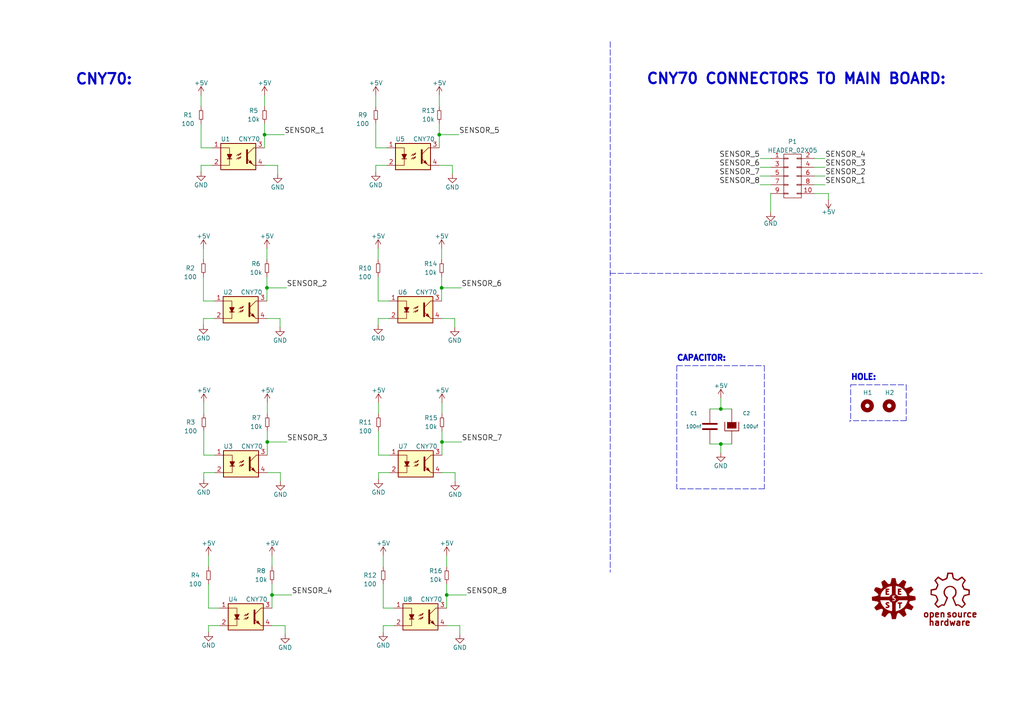
<source format=kicad_sch>
(kicad_sch (version 20230121) (generator eeschema)
  (paper "A4")
  (title_block (title "LINE SENSORS x8 - CNY70 - V2") (date "2023-03-11") (rev "2.0") (company "E.E.S.T. N°5") (comment 1 "Autor: Mauricio Falcon") (comment 2 "CURSO: 7MO 3RA"))
  (lib_symbols
    (symbol "EESTN5-v2:HEADER_02X05" (pin_names (offset 0.0254) hide)
      (property "Reference" "P" (at 0 7.62 0))
      (property "Value" "HEADER_02X05" (at 0 -7.62 0))
      (symbol "HEADER_02X05_0_1"
        (rectangle (start -2.54 -4.953) (end -1.27 -5.207))
        (rectangle (start -2.54 -2.413) (end -1.27 -2.667))
        (rectangle (start -2.54 0.127) (end -1.27 -0.127))
        (rectangle (start -2.54 2.667) (end -1.27 2.413))
        (rectangle (start -2.54 5.207) (end -1.27 4.953))
        (rectangle (start -2.54 6.35) (end 2.54 -6.35))
        (rectangle (start 1.27 -4.953) (end 2.54 -5.207))
        (rectangle (start 1.27 -2.413) (end 2.54 -2.667))
        (rectangle (start 1.27 0.127) (end 2.54 -0.127))
        (rectangle (start 1.27 2.667) (end 2.54 2.413))
        (rectangle (start 1.27 5.207) (end 2.54 4.953))
      )
      (symbol "HEADER_02X05_1_1"
        (pin passive line (at -6.35 5.08 0) (length 3.81) (name "P1") (number "1"))
        (pin passive line (at 6.35 -5.08 180) (length 3.81) (name "P10") (number "10"))
        (pin passive line (at 6.35 5.08 180) (length 3.81) (name "P2") (number "2"))
        (pin passive line (at -6.35 2.54 0) (length 3.81) (name "P3") (number "3"))
        (pin passive line (at 6.35 2.54 180) (length 3.81) (name "P4") (number "4"))
        (pin passive line (at -6.35 0 0) (length 3.81) (name "P5") (number "5"))
        (pin passive line (at 6.35 0 180) (length 3.81) (name "P6") (number "6"))
        (pin passive line (at -6.35 -2.54 0) (length 3.81) (name "P7") (number "7"))
        (pin passive line (at 6.35 -2.54 180) (length 3.81) (name "P8") (number "8"))
        (pin passive line (at -6.35 -5.08 0) (length 3.81) (name "P9") (number "9"))
      )
    )
    (symbol "EESTN5-v2:LOGO_ROTULO" (pin_names (offset 1.016))
      (symbol "LOGO_ROTULO_0_0"
        (polyline (pts (xy 1.8034 -2.921) (xy 1.8796 -2.8194) (xy 1.905 -2.6162) (xy 1.9304 -2.2352) (xy 1.9304 -1.7272) (xy 1.9558 -1.5748) (xy 2.032 -1.524) (xy 2.1844 -1.524) (xy 2.3368 -1.4732) (xy 2.4384 -1.3716) (xy 2.413 -1.3208) (xy 2.3368 -1.2446) (xy 2.1336 -1.2192) (xy 1.2954 -1.2192) (xy 1.143 -1.27) (xy 1.1176 -1.3716) (xy 1.143 -1.4478) (xy 1.3716 -1.524) (xy 1.4224 -1.524) (xy 1.524 -1.5494) (xy 1.5748 -1.6256) (xy 1.6002 -1.8542) (xy 1.6256 -2.2352) (xy 1.6256 -2.7432) (xy 1.6764 -2.8956) (xy 1.778 -2.9464) (xy 1.8034 -2.921)) (stroke (width 0.0254)) (fill (type outline)))
        (polyline (pts (xy -1.5748 1.0414) (xy -1.397 1.0922) (xy -1.3208 1.1684) (xy -1.3462 1.1938) (xy -1.4224 1.2954) (xy -1.6764 1.3208) (xy -1.905 1.3462) (xy -2.0066 1.4224) (xy -2.032 1.5748) (xy -2.032 1.7018) (xy -1.9558 1.8034) (xy -1.7272 1.8288) (xy -1.524 1.8796) (xy -1.4224 1.9812) (xy -1.4986 2.1082) (xy -1.7272 2.1336) (xy -1.9558 2.1844) (xy -2.032 2.286) (xy -2.032 2.3114) (xy -1.9558 2.413) (xy -1.6764 2.4384) (xy -1.651 2.4638) (xy -1.4224 2.4892) (xy -1.3208 2.5908) (xy -1.3716 2.6924) (xy -1.524 2.7432) (xy -2.3368 2.7432) (xy -2.3368 1.016) (xy -1.8288 1.016) (xy -1.5748 1.0414)) (stroke (width 0.0254)) (fill (type outline)))
        (polyline (pts (xy 1.9812 1.0414) (xy 2.159 1.0922) (xy 2.2352 1.1684) (xy 2.2098 1.1938) (xy 2.1336 1.2954) (xy 1.8796 1.3208) (xy 1.651 1.3462) (xy 1.5494 1.4224) (xy 1.524 1.5748) (xy 1.524 1.7018) (xy 1.6002 1.8034) (xy 1.8288 1.8288) (xy 2.032 1.8796) (xy 2.1336 1.9812) (xy 2.0574 2.1082) (xy 1.8288 2.1336) (xy 1.6002 2.1844) (xy 1.524 2.286) (xy 1.524 2.3114) (xy 1.6002 2.413) (xy 1.8796 2.4384) (xy 1.905 2.4638) (xy 2.1336 2.4892) (xy 2.2352 2.5908) (xy 2.1844 2.6924) (xy 2.032 2.7432) (xy 1.2192 2.7432) (xy 1.2192 1.016) (xy 1.7272 1.016) (xy 1.9812 1.0414)) (stroke (width 0.0254)) (fill (type outline)))
        (polyline (pts (xy -1.6256 -2.7686) (xy -1.4224 -2.667) (xy -1.27 -2.4892) (xy -1.2446 -2.2606) (xy -1.397 -2.0066) (xy -1.778 -1.778) (xy -1.905 -1.6764) (xy -2.032 -1.524) (xy -2.032 -1.4478) (xy -1.9304 -1.4224) (xy -1.4732 -1.4732) (xy -1.3716 -1.4478) (xy -1.3462 -1.3208) (xy -1.4732 -1.1684) (xy -1.7272 -1.1176) (xy -1.9812 -1.143) (xy -2.1844 -1.27) (xy -2.2606 -1.3208) (xy -2.3368 -1.5748) (xy -2.2352 -1.8288) (xy -1.9304 -2.032) (xy -1.6764 -2.2098) (xy -1.6002 -2.3368) (xy -1.6764 -2.4384) (xy -1.9558 -2.4638) (xy -1.9812 -2.4638) (xy -2.2606 -2.4892) (xy -2.3622 -2.6162) (xy -2.286 -2.7686) (xy -2.159 -2.8194) (xy -1.905 -2.8194) (xy -1.6256 -2.7686)) (stroke (width 0.0254)) (fill (type outline)))
        (polyline (pts (xy 0.762 -5.1816) (xy 0.8128 -4.953) (xy 0.9144 -4.6228) (xy 0.9906 -4.445) (xy 1.0922 -4.318) (xy 1.2446 -4.2418) (xy 1.3716 -4.2164) (xy 1.524 -4.2164) (xy 1.6764 -4.2926) (xy 1.8796 -4.4704) (xy 2.794 -5.3848) (xy 3.2258 -5.1054) (xy 3.3782 -5.0038) (xy 3.556 -4.8514) (xy 3.6576 -4.7498) (xy 3.6068 -4.6482) (xy 3.5306 -4.4196) (xy 3.4036 -4.0894) (xy 3.302 -3.8862) (xy 3.175 -3.5814) (xy 3.1496 -3.3782) (xy 3.2004 -3.2258) (xy 3.429 -2.9972) (xy 3.556 -2.9464) (xy 3.7084 -2.9718) (xy 3.9624 -3.0226) (xy 4.3688 -3.1496) (xy 5.1562 -3.429) (xy 5.4102 -2.9718) (xy 5.5118 -2.8194) (xy 5.6388 -2.5908) (xy 5.6896 -2.4892) (xy 5.6642 -2.4892) (xy 5.5626 -2.3622) (xy 5.3086 -2.1844) (xy 5.0038 -1.9558) (xy 4.6736 -1.6764) (xy 4.445 -1.4732) (xy 4.3942 -1.3208) (xy 4.4196 -1.27) (xy 4.4704 -1.0922) (xy 4.572 -0.9144) (xy 4.7752 -0.762) (xy 5.0292 -0.7112) (xy 5.1308 -0.6858) (xy 5.4356 -0.6604) (xy 5.7658 -0.5842) (xy 6.2992 -0.4826) (xy 6.2992 0.0254) (xy 6.2738 0.0508) (xy 6.2738 0.3048) (xy 6.223 0.4572) (xy 6.096 0.5588) (xy 5.842 0.6096) (xy 5.4356 0.6604) (xy 5.1054 0.7112) (xy 4.7752 0.7874) (xy 4.572 0.8382) (xy 4.4704 0.9398) (xy 4.4196 1.0922) (xy 4.4196 1.2446) (xy 4.5212 1.397) (xy 4.699 1.6256) (xy 5.0292 1.905) (xy 5.1562 2.0066) (xy 5.6134 2.4638) (xy 5.6642 2.54) (xy 5.6642 2.5908) (xy 5.5372 2.7686) (xy 5.334 2.9972) (xy 5.0292 3.3782) (xy 3.4544 2.8194) (xy 3.2258 3.0226) (xy 2.9972 3.2512) (xy 3.302 3.9878) (xy 3.3274 4.0894) (xy 3.4544 4.4196) (xy 3.556 4.6736) (xy 3.5814 4.7752) (xy 3.5052 4.8514) (xy 3.302 4.9784) (xy 3.048 5.1308) (xy 2.8448 5.2324) (xy 2.7178 5.2832) (xy 2.6924 5.2832) (xy 2.5908 5.2324) (xy 2.4384 5.1054) (xy 2.2098 4.8768) (xy 1.8796 4.4958) (xy 1.524 4.1402) (xy 1.3716 4.0894) (xy 1.143 4.1148) (xy 0.889 4.2164) (xy 0.7874 4.3434) (xy 0.7366 4.5974) (xy 0.635 5.0038) (xy 0.4572 5.7912) (xy -0.5842 5.7912) (xy -0.7112 5.1054) (xy -0.8128 4.699) (xy -0.889 4.4196) (xy -0.9652 4.2418) (xy -1.0922 4.1656) (xy -1.2954 4.1148) (xy -1.524 4.1148) (xy -1.6764 4.191) (xy -1.8796 4.3688) (xy -2.1336 4.6736) (xy -2.6924 5.2832) (xy -3.0988 5.0546) (xy -3.2258 4.953) (xy -3.4544 4.8006) (xy -3.556 4.6736) (xy -3.5306 4.5212) (xy -3.4544 4.2164) (xy -3.3528 3.8608) (xy -3.1242 3.175) (xy -3.3528 2.9464) (xy -3.556 2.7178) (xy -4.0386 2.8956) (xy -4.572 3.0734) (xy -4.9022 3.1496) (xy -5.0546 3.1496) (xy -5.2324 3.1242) (xy -5.3594 3.0226) (xy -5.5118 2.7432) (xy -5.5626 2.6162) (xy -5.6388 2.3876) (xy -5.6388 2.2606) (xy -5.5118 2.1336) (xy -5.2832 1.9558) (xy -4.9784 1.7018) (xy -4.7752 1.524) (xy -4.5466 1.3208) (xy -4.4704 1.143) (xy -4.445 0.9906) (xy -4.4704 0.889) (xy -4.5212 0.8128) (xy -4.6228 0.7366) (xy -4.826 0.6858) (xy -5.1562 0.6096) (xy -5.6388 0.508) (xy -6.1722 0.4064) (xy -3.8608 0.4064) (xy -3.8608 0.7874) (xy -3.8354 1.1176) (xy -3.6068 1.6256) (xy -3.2512 2.159) (xy -2.7686 2.6416) (xy -2.6416 2.7432) (xy -2.159 3.048) (xy -1.651 3.3274) (xy -1.1684 3.5052) (xy -0.762 3.556) (xy -0.508 3.556) (xy -0.508 1.1938) (xy -0.5588 1.143) (xy 0.508 1.143) (xy 0.508 3.429) (xy 0.5588 3.5814) (xy 0.6096 3.6322) (xy 0.6858 3.6322) (xy 0.9144 3.5814) (xy 1.1938 3.5052) (xy 1.3462 3.4798) (xy 1.9304 3.2512) (xy 2.4892 2.8702) (xy 2.9972 2.413) (xy 3.429 1.905) (xy 3.7338 1.3716) (xy 3.8608 0.8636) (xy 3.9116 0.5588) (xy 2.5654 0.5334) (xy 2.0066 0.5334) (xy 1.5748 0.5588) (xy 1.2954 0.5842) (xy 1.2192 0.6096) (xy 1.0668 0.762) (xy 0.8636 0.9144) (xy 0.508 1.143) (xy -0.5588 1.143) (xy -0.9398 0.8128) (xy -1.3716 0.4064) (xy -3.8608 0.4064) (xy -6.1722 0.4064) (xy -6.3246 0.381) (xy -6.2992 -0.127) (xy -6.2738 -0.508) (xy -3.9878 -0.508) (xy -1.3208 -0.508) (xy -1.1938 -0.6604) (xy -0.508 -0.6604) (xy -0.4318 -0.5588) (xy -0.127 -0.5334) (xy 0.0762 -0.5334) (xy 0.2032 -0.4826) (xy 0.254 -0.3556) (xy 0.2286 -0.2794) (xy 0.1524 -0.1524) (xy -0.0762 -0.1016) (xy -0.2032 -0.1016) (xy -0.3556 -0.0508) (xy -0.4064 0.1016) (xy -0.4064 0.8128) (xy 0.2286 0.8128) (xy 0.4318 0.762) (xy 0.508 0.6604) (xy 0.4318 0.5588) (xy 0.2032 0.508) (xy 0 0.4826) (xy -0.1016 0.4064) (xy -0.0254 0.2794) (xy 0.2286 0.1524) (xy 0.3556 0.127) (xy 0.508 -0.0254) (xy 0.5842 -0.254) (xy 0.5842 -0.2794) (xy 0.5588 -0.5588) (xy 0.381 -0.7366) (xy 0.3302 -0.762) (xy 0.0508 -0.8636) (xy -0.2286 -0.889) (xy -0.4318 -0.8128) (xy -0.508 -0.6604) (xy -1.1938 -0.6604) (xy -1.016 -0.8636) (xy -0.9144 -0.9652) (xy -0.7112 -1.143) (xy -0.5588 -1.2192) (xy -0.508 -1.2192) (xy -0.4572 -1.3462) (xy -0.4318 -1.5494) (xy -0.4318 -1.9304) (xy -0.4318 -2.032) (xy 0.508 -2.032) (xy 0.5334 -1.5748) (xy 0.5588 -1.2954) (xy 0.5842 -1.2192) (xy 0.6604 -1.1938) (xy 0.8382 -1.0414) (xy 1.0922 -0.8636) (xy 1.4732 -0.508) (xy 4.064 -0.508) (xy 3.9878 -0.8382) (xy 3.9878 -0.889) (xy 3.81 -1.3462) (xy 3.556 -1.8542) (xy 3.2258 -2.3368) (xy 2.921 -2.667) (xy 2.6924 -2.8448) (xy 2.3114 -3.1242) (xy 1.9304 -3.3274) (xy 1.6256 -3.4798) (xy 1.2192 -3.6322) (xy 0.9144 -3.7338) (xy 0.508 -3.8354) (xy 0.508 -2.032) (xy -0.4318 -2.032) (xy -0.4064 -2.4892) (xy -0.4064 -2.8448) (xy -0.4318 -3.302) (xy -0.4572 -3.5814) (xy -0.5588 -3.7084) (xy -0.7366 -3.7592) (xy -0.9906 -3.683) (xy -1.3716 -3.5814) (xy -1.9304 -3.3528) (xy -2.6162 -2.8956) (xy -3.175 -2.286) (xy -3.6322 -1.5748) (xy -3.9116 -0.7874) (xy -3.9878 -0.508) (xy -6.2738 -0.508) (xy -6.2484 -0.635) (xy -5.3848 -0.7874) (xy -5.0546 -0.8382) (xy -4.7498 -0.9144) (xy -4.572 -0.9652) (xy -4.4704 -1.0668) (xy -4.4196 -1.1938) (xy -4.4196 -1.3716) (xy -4.4958 -1.524) (xy -4.6736 -1.7272) (xy -4.9784 -2.032) (xy -5.08 -2.1082) (xy -5.5372 -2.5654) (xy -5.6134 -2.6924) (xy -5.588 -2.7178) (xy -5.4864 -2.8956) (xy -5.3086 -3.1242) (xy -5.0292 -3.4798) (xy -4.2164 -3.2004) (xy -3.8608 -3.0734) (xy -3.6068 -2.9972) (xy -3.429 -2.9972) (xy -3.3274 -3.0226) (xy -3.2258 -3.1242) (xy -3.1496 -3.2258) (xy -3.0988 -3.3274) (xy -3.0988 -3.4798) (xy -3.175 -3.7084) (xy -3.302 -4.1148) (xy -3.3528 -4.2418) (xy -3.4544 -4.572) (xy -3.5306 -4.826) (xy -3.5306 -4.9276) (xy -3.5052 -4.953) (xy -3.302 -5.0546) (xy -3.048 -5.207) (xy -2.5654 -5.461) (xy -2.0574 -4.826) (xy -1.7526 -4.4958) (xy -1.524 -4.318) (xy -1.3462 -4.2418) (xy -1.1684 -4.2418) (xy -1.016 -4.2926) (xy -0.9144 -4.3942) (xy -0.8128 -4.5974) (xy -0.7112 -4.9276) (xy -0.6096 -5.4102) (xy -0.508 -5.9944) (xy 0.5842 -5.9944) (xy 0.762 -5.1816)) (stroke (width 0.0254)) (fill (type outline)))
      )
    )
    (symbol "EESTN5-v2:OSHWA" (pin_names (offset 1.016))
      (symbol "OSHWA_0_0"
        (polyline (pts (xy 5.7912 2.667) (xy 5.5372 2.7178) (xy 5.4864 2.7432) (xy 5.4864 1.8796) (xy 5.4864 1.8288) (xy 5.4864 1.6002) (xy 5.4864 1.4732) (xy 5.4102 1.3716) (xy 5.2832 1.3208) (xy 5.0038 1.27) (xy 4.6228 1.1938) (xy 4.572 1.1684) (xy 4.318 1.1176) (xy 4.1656 1.0414) (xy 4.0386 0.889) (xy 3.937 0.6604) (xy 3.8354 0.4064) (xy 3.683 0.0762) (xy 3.6068 -0.1778) (xy 3.5814 -0.3556) (xy 3.6322 -0.5334) (xy 3.7592 -0.7366) (xy 3.9116 -0.9906) (xy 4.318 -1.5494) (xy 3.937 -1.9304) (xy 3.5814 -2.3114) (xy 3.048 -1.9558) (xy 2.794 -1.778) (xy 2.5654 -1.651) (xy 2.3876 -1.6256) (xy 2.2098 -1.6256) (xy 1.905 -1.6764) (xy 1.4986 -0.7112) (xy 1.1176 0.2286) (xy 1.397 0.508) (xy 1.5748 0.6604) (xy 1.8034 1.016) (xy 1.9304 1.397) (xy 1.9812 1.8542) (xy 1.9812 1.9304) (xy 1.9558 2.2606) (xy 1.905 2.54) (xy 1.7526 2.8194) (xy 1.4732 3.175) (xy 1.0668 3.5052) (xy 0.5842 3.683) (xy 0.1016 3.7338) (xy -0.4064 3.6576) (xy -0.889 3.429) (xy -1.2954 3.048) (xy -1.3462 2.9972) (xy -1.6256 2.5146) (xy -1.7526 2.0066) (xy -1.7018 1.4986) (xy -1.4986 0.9906) (xy -1.143 0.508) (xy -0.8636 0.2032) (xy -1.2446 -0.7366) (xy -1.651 -1.6764) (xy -1.9558 -1.6256) (xy -2.1082 -1.6256) (xy -2.286 -1.651) (xy -2.4892 -1.7526) (xy -2.7686 -1.9304) (xy -3.2766 -2.2606) (xy -3.6576 -1.905) (xy -4.0132 -1.524) (xy -3.6322 -0.9652) (xy -3.2766 -0.4064) (xy -3.429 0.0254) (xy -3.4544 0.1016) (xy -3.6068 0.508) (xy -3.7338 0.7874) (xy -3.8862 0.9906) (xy -4.0894 1.0922) (xy -4.3688 1.1938) (xy -4.7752 1.27) (xy -5.2578 1.3716) (xy -5.2324 1.905) (xy -5.207 2.413) (xy -4.5212 2.54) (xy -3.8608 2.667) (xy -3.5814 3.2512) (xy -3.556 3.302) (xy -3.4036 3.6068) (xy -3.3274 3.8862) (xy -3.2766 4.0386) (xy -3.3274 4.2164) (xy -3.4544 4.445) (xy -3.6322 4.7244) (xy -3.6576 4.7498) (xy -3.81 5.0292) (xy -3.937 5.207) (xy -3.9878 5.3086) (xy -3.9878 5.334) (xy -3.8862 5.461) (xy -3.7338 5.6388) (xy -3.5306 5.8166) (xy -3.3782 5.969) (xy -3.2766 6.0198) (xy -3.1496 5.9436) (xy -2.9464 5.8166) (xy -2.6924 5.6388) (xy -2.6162 5.588) (xy -2.3622 5.4102) (xy -2.159 5.3086) (xy -2.032 5.2578) (xy -1.8796 5.3086) (xy -1.6256 5.3848) (xy -1.3208 5.5118) (xy -1.2446 5.5372) (xy -0.9144 5.6896) (xy -0.7112 5.842) (xy -0.635 5.969) (xy -0.6096 6.096) (xy -0.5588 6.3754) (xy -0.4826 6.6802) (xy -0.381 7.239) (xy 0.127 7.239) (xy 0.635 7.239) (xy 0.7366 6.731) (xy 0.7874 6.477) (xy 0.8636 6.1722) (xy 0.9398 5.9436) (xy 1.0414 5.8166) (xy 1.1684 5.715) (xy 1.3462 5.6134) (xy 1.4478 5.5626) (xy 1.778 5.4356) (xy 2.032 5.334) (xy 2.1844 5.2832) (xy 2.3114 5.2832) (xy 2.4638 5.334) (xy 2.667 5.4356) (xy 2.9464 5.6388) (xy 3.556 6.0452) (xy 3.937 5.6896) (xy 4.2926 5.3086) (xy 3.9116 4.7498) (xy 3.8354 4.6228) (xy 3.683 4.318) (xy 3.5814 4.0894) (xy 3.6068 3.8354) (xy 3.683 3.5306) (xy 3.8862 3.1496) (xy 4.1148 2.667) (xy 4.7752 2.54) (xy 5.461 2.413) (xy 5.4864 1.8796) (xy 5.4864 2.7432) (xy 5.4102 2.7432) (xy 5.1054 2.8194) (xy 4.8006 2.8956) (xy 4.2926 2.9718) (xy 4.064 3.5306) (xy 3.81 4.0894) (xy 4.2418 4.7244) (xy 4.6736 5.3594) (xy 4.1148 5.9182) (xy 3.5814 6.4516) (xy 2.921 6.0198) (xy 2.286 5.5626) (xy 1.7526 5.7912) (xy 1.1938 6.0452) (xy 1.0922 6.5532) (xy 1.0668 6.8072) (xy 0.9906 7.0866) (xy 0.9652 7.3152) (xy 0.9144 7.5438) (xy 0.127 7.5438) (xy -0.6604 7.5438) (xy -0.762 6.9342) (xy -0.8128 6.6802) (xy -0.889 6.35) (xy -0.9652 6.1214) (xy -1.0922 5.9944) (xy -1.27 5.8928) (xy -1.524 5.7658) (xy -2.032 5.588) (xy -2.667 6.0198) (xy -3.3274 6.477) (xy -3.8608 5.9182) (xy -4.4196 5.3594) (xy -3.9878 4.7244) (xy -3.556 4.0894) (xy -3.7846 3.556) (xy -3.7846 3.5306) (xy -3.8862 3.2766) (xy -3.9878 3.0734) (xy -4.0132 2.9972) (xy -4.0386 2.9718) (xy -4.191 2.9464) (xy -4.445 2.8956) (xy -4.7752 2.8194) (xy -5.5118 2.6924) (xy -5.5118 1.905) (xy -5.5118 1.143) (xy -4.9022 1.016) (xy -4.8768 1.016) (xy -4.5466 0.9652) (xy -4.2926 0.889) (xy -4.1402 0.8382) (xy -4.1148 0.8128) (xy -4.0132 0.6604) (xy -3.8862 0.4318) (xy -3.7592 0.1524) (xy -3.683 -0.1016) (xy -3.6576 -0.3048) (xy -3.7084 -0.4572) (xy -3.8608 -0.6858) (xy -4.0386 -0.9652) (xy -4.4196 -1.524) (xy -3.8862 -2.0828) (xy -3.7846 -2.2098) (xy -3.556 -2.413) (xy -3.3782 -2.5654) (xy -3.3274 -2.6162) (xy -3.302 -2.6162) (xy -3.2004 -2.54) (xy -2.9972 -2.413) (xy -2.7178 -2.2352) (xy -2.5654 -2.1082) (xy -2.3368 -1.9558) (xy -2.1844 -1.905) (xy -2.0574 -1.905) (xy -1.905 -1.9304) (xy -1.7018 -2.0066) (xy -1.5748 -2.0574) (xy -1.5494 -2.032) (xy -1.4732 -1.8796) (xy -1.3462 -1.6256) (xy -1.1684 -1.27) (xy -0.9906 -0.8636) (xy -0.4826 0.3556) (xy -0.8382 0.6604) (xy -1.016 0.8128) (xy -1.27 1.2192) (xy -1.4224 1.651) (xy -1.4224 2.1082) (xy -1.2954 2.5146) (xy -1.0922 2.8956) (xy -0.762 3.2004) (xy -0.3556 3.4036) (xy 0.1524 3.4798) (xy 0.4826 3.429) (xy 0.9144 3.2766) (xy 1.27 2.9718) (xy 1.5494 2.5908) (xy 1.6764 2.159) (xy 1.6764 1.8288) (xy 1.6256 1.4478) (xy 1.4732 1.0922) (xy 1.1684 0.762) (xy 0.762 0.3556) (xy 1.2446 -0.8128) (xy 1.3208 -1.016) (xy 1.4732 -1.397) (xy 1.6256 -1.7272) (xy 1.7272 -1.9558) (xy 1.778 -2.0574) (xy 1.8796 -2.0828) (xy 2.032 -2.0066) (xy 2.1844 -1.905) (xy 2.3114 -1.8796) (xy 2.4892 -1.905) (xy 2.7178 -2.032) (xy 3.0226 -2.2352) (xy 3.5814 -2.6416) (xy 4.1402 -2.0828) (xy 4.6736 -1.524) (xy 4.2926 -0.9652) (xy 4.2164 -0.8636) (xy 4.064 -0.6096) (xy 3.937 -0.381) (xy 3.8862 -0.2794) (xy 3.8862 -0.254) (xy 3.937 -0.0762) (xy 4.0386 0.1778) (xy 4.1402 0.4572) (xy 4.2418 0.6858) (xy 4.318 0.7874) (xy 4.3434 0.8128) (xy 4.4958 0.8636) (xy 4.7498 0.9398) (xy 5.08 1.016) (xy 5.7912 1.143) (xy 5.7912 1.905) (xy 5.7912 2.667) (xy 5.7912 2.667)) (stroke (width 0.0254)) (fill (type outline)))
        (text "hardware" (at -0.0254 -6.858 0) (effects (font (size 1.778 1.778) bold)))
        (text "open" (at -4.445 -4.445 0) (effects (font (size 1.778 1.778) bold)))
        (text "source" (at 3.556 -4.445 0) (effects (font (size 1.778 1.778) bold)))
      )
    )
    (symbol "Mechanical:MountingHole" (pin_names (offset 1.016))
      (property "Reference" "H" (at 0 5.08 0))
      (property "Value" "MountingHole" (at 0 3.175 0))
      (symbol "MountingHole_0_1"
        (circle (center 0 0) (radius 1.27) (stroke (width 1.27)))
      )
    )
    (symbol "Sensor_Linea_Bonaerenses-rescue:C" (pin_numbers hide) (pin_names (offset 0.254))
      (property "Reference" "C" (at 0 2.54 0))
      (property "Value" "C" (at 0.1524 -2.159 0))
      (symbol "C_0_1"
        (polyline (pts (xy -2.032 -0.762) (xy 2.032 -0.762)) (stroke (width 0.508)))
        (polyline (pts (xy -2.032 0.762) (xy 2.032 0.762)) (stroke (width 0.508)))
      )
      (symbol "C_1_1"
        (pin passive line (at 0 5.08 270) (length 4.318) (name "~") (number "1"))
        (pin passive line (at 0 -5.08 90) (length 4.318) (name "~") (number "2"))
      )
    )
    (symbol "Sensor_Linea_Bonaerenses-rescue:CAPAPOL" (pin_numbers hide) (pin_names (offset 0.254) hide)
      (property "Reference" "C" (at 1.27 2.54 0))
      (property "Value" "CAPAPOL" (at 1.27 -2.54 0))
      (symbol "CAPAPOL_0_1"
        (polyline (pts (xy -2.032 1.27) (xy -2.032 -1.27) (xy 2.032 -1.27) (xy 2.032 1.27)) (stroke (width 0.2032)))
        (polyline (pts (xy -1.27 1.27) (xy -1.27 -0.508) (xy 1.27 -0.508) (xy 1.27 1.27)) (fill (type outline)))
      )
      (symbol "CAPAPOL_1_1"
        (pin passive line (at 0 5.08 270) (length 3.81) (name "~") (number "1"))
        (pin passive line (at 0 -5.08 90) (length 3.81) (name "~") (number "2"))
      )
    )
    (symbol "Sensor_Linea_Bonaerenses-rescue:CNY70" (pin_names (offset 1.016))
      (property "Reference" "U" (at -5.08 5.08 0))
      (property "Value" "CNY70" (at 0 5.08 0))
      (property "Footprint" "CNY70" (at -5.08 -5.08 0))
      (symbol "CNY70_0_1"
        (rectangle (start -5.08 3.81) (end 5.08 -3.81) (stroke (width 0.254)) (fill (type background)))
        (polyline (pts (xy -3.175 -0.635) (xy -1.905 -0.635)) (stroke (width 0.254)))
        (polyline (pts (xy 2.54 0.635) (xy 4.445 2.54)))
        (polyline (pts (xy 4.445 -2.54) (xy 2.54 -0.635)) (fill (type outline)))
        (polyline (pts (xy 4.445 -2.54) (xy 5.08 -2.54)))
        (polyline (pts (xy 4.445 2.54) (xy 5.08 2.54)))
        (polyline (pts (xy -5.08 2.54) (xy -2.54 2.54) (xy -2.54 0.635)))
        (polyline (pts (xy -2.54 -0.635) (xy -2.54 -2.54) (xy -5.08 -2.54)))
        (polyline (pts (xy 2.54 1.905) (xy 2.54 -1.905) (xy 2.54 -1.905)) (stroke (width 0.508)))
        (polyline (pts (xy -2.54 -0.635) (xy -3.175 0.635) (xy -1.905 0.635) (xy -2.54 -0.635)) (stroke (width 0.254)) (fill (type outline)))
        (polyline (pts (xy -0.508 0.254) (xy 0.0254 0.762) (xy 0.0254 0.254) (xy 0.7874 1.016)))
        (polyline (pts (xy 0.7874 1.016) (xy 0.2794 0.762) (xy 0.5334 0.508) (xy 0.7874 1.016)))
        (polyline (pts (xy 3.048 -1.651) (xy 3.556 -1.143) (xy 4.064 -2.159) (xy 3.048 -1.651) (xy 3.048 -1.651)) (fill (type outline)))
        (polyline (pts (xy -0.508 -0.762) (xy 0.0254 -0.254) (xy 0.0254 -0.762) (xy 0.7874 0) (xy 0.2794 -0.254) (xy 0.5334 -0.508) (xy 0.7874 0)))
      )
      (symbol "CNY70_1_1"
        (pin passive line (at -7.62 2.54 0) (length 2.54) (name "~") (number "1"))
        (pin passive line (at -7.62 -2.54 0) (length 2.54) (name "~") (number "2"))
        (pin passive line (at 7.62 2.54 180) (length 2.54) (name "~") (number "3"))
        (pin passive line (at 7.62 -2.54 180) (length 2.54) (name "~") (number "4"))
      )
    )
    (symbol "Sensor_Linea_Bonaerenses-rescue:R" (pin_numbers hide) (pin_names (offset 0))
      (property "Reference" "R" (at -1.27 0 90))
      (property "Value" "R" (at 1.27 0 90))
      (symbol "R_0_1"
        (rectangle (start 0.508 1.27) (end -0.508 -1.27))
      )
      (symbol "R_1_1"
        (pin passive line (at 0 2.54 270) (length 1.27) (name "~") (number "1"))
        (pin passive line (at 0 -2.54 90) (length 1.27) (name "~") (number "2"))
      )
    )
    (symbol "power:+5V" (power) (pin_names (offset 0))
      (property "Value" "+5V" (at 0 3.556 0))
      (symbol "+5V_0_1"
        (polyline (pts (xy -0.762 1.27) (xy 0 2.54)))
        (polyline (pts (xy 0 0) (xy 0 2.54)))
        (polyline (pts (xy 0 2.54) (xy 0.762 1.27)))
      )
      (symbol "+5V_1_1"
        (pin power_in line (at 0 0 90) (length 0) hide (name "+5V") (number "1"))
      )
    )
    (symbol "power:GND" (power) (pin_names (offset 0))
      (property "Value" "GND" (at 0 -3.81 0))
      (symbol "GND_0_1"
        (polyline (pts (xy 0 0) (xy 0 -1.27) (xy 1.27 -1.27) (xy 0 -2.54) (xy -1.27 -1.27) (xy 0 -1.27)))
      )
      (symbol "GND_1_1"
        (pin power_in line (at 0 0 270) (length 0) hide (name "GND") (number "1"))
      )
    )
  )
  (junction (at 129.5654 172.5676))
  (junction (at 77.4192 83.4898))
  (junction (at 77.5208 128.1938))
  (junction (at 127.4064 39.0652))
  (junction (at 76.7334 39.0652))
  (junction (at 209.0674 128.778))
  (junction (at 128.0922 83.4898))
  (junction (at 78.8924 172.5676))
  (junction (at 128.1938 128.1938))
  (junction (at 209.0674 118.618))
  (wire (pts (xy 127.4064 39.0652) (xy 127.4064 35.8902)))
  (wire (pts (xy 209.0674 118.618) (xy 212.2424 118.618)))
  (wire (pts (xy 114.3254 181.4576) (xy 111.1504 181.4576)))
  (polyline (pts (xy 262.8392 122.0216) (xy 246.7356 122.0216)) (stroke (width 0) (type dash)))
  (wire (pts (xy 58.3184 47.9552) (xy 58.3184 49.8602)))
  (wire (pts (xy 128.1938 128.1938) (xy 128.1938 125.0188)))
  (wire (pts (xy 76.7334 39.0652) (xy 76.7334 35.8902)))
  (wire (pts (xy 77.4192 83.4898) (xy 77.4192 80.3148)))
  (wire (pts (xy 76.7334 39.0652) (xy 82.4484 39.0652)))
  (wire (pts (xy 108.9914 42.8752) (xy 112.1664 42.8752)))
  (wire (pts (xy 132.0038 137.0838) (xy 132.0038 139.6238)))
  (wire (pts (xy 112.9538 137.0838) (xy 109.7788 137.0838)))
  (polyline (pts (xy 246.7356 121.4628) (xy 246.7356 111.6076)) (stroke (width 0) (type dash)))
  (wire (pts (xy 108.9914 47.9552) (xy 108.9914 49.8602)))
  (wire (pts (xy 58.3184 35.8902) (xy 58.3184 42.8752)))
  (wire (pts (xy 239.3188 48.514) (xy 236.22 48.514)))
  (wire (pts (xy 58.3184 42.8752) (xy 61.4934 42.8752)))
  (wire (pts (xy 223.52 45.974) (xy 220.4212 45.974)))
  (wire (pts (xy 77.4192 72.0598) (xy 77.4192 75.2348)))
  (wire (pts (xy 60.4774 181.4576) (xy 60.4774 183.3626)))
  (wire (pts (xy 77.5208 116.7638) (xy 77.5208 119.9388)))
  (wire (pts (xy 59.1058 125.0188) (xy 59.1058 132.0038)))
  (wire (pts (xy 240.284 56.134) (xy 240.284 57.912)))
  (wire (pts (xy 111.1504 176.3776) (xy 114.3254 176.3776)))
  (wire (pts (xy 81.2292 92.3798) (xy 81.2292 94.9198)))
  (polyline (pts (xy 176.9364 79.2988) (xy 284.8864 79.2988)) (stroke (width 0) (type dash)))
  (polyline (pts (xy 246.5324 121.8184) (xy 246.5324 122.3264)))
  (wire (pts (xy 129.5654 161.1376) (xy 129.5654 164.3126)))
  (wire (pts (xy 127.4064 42.8752) (xy 127.4064 39.0652)))
  (wire (pts (xy 78.8924 181.4576) (xy 82.7024 181.4576)))
  (wire (pts (xy 205.8924 128.778) (xy 209.0674 128.778)))
  (wire (pts (xy 76.7334 42.8752) (xy 76.7334 39.0652)))
  (wire (pts (xy 240.284 56.134) (xy 236.22 56.134)))
  (wire (pts (xy 109.7788 137.0838) (xy 109.7788 138.9888)))
  (wire (pts (xy 239.3188 51.054) (xy 236.22 51.054)))
  (wire (pts (xy 59.0042 87.2998) (xy 62.1792 87.2998)))
  (wire (pts (xy 62.1792 92.3798) (xy 59.0042 92.3798)))
  (wire (pts (xy 127.4064 39.0652) (xy 133.1214 39.0652)))
  (wire (pts (xy 77.5208 128.1938) (xy 83.2358 128.1938)))
  (wire (pts (xy 59.0042 75.2348) (xy 59.0042 72.0598)))
  (polyline (pts (xy 196.2912 106.0704) (xy 221.6912 106.0704)) (stroke (width 0) (type dash)))
  (wire (pts (xy 223.52 48.514) (xy 220.4212 48.514)))
  (wire (pts (xy 111.1504 169.3926) (xy 111.1504 176.3776)))
  (wire (pts (xy 112.1664 47.9552) (xy 108.9914 47.9552)))
  (wire (pts (xy 78.8924 172.5676) (xy 78.8924 169.3926)))
  (wire (pts (xy 58.3184 30.8102) (xy 58.3184 27.6352)))
  (wire (pts (xy 223.52 51.054) (xy 220.4212 51.054)))
  (wire (pts (xy 61.4934 47.9552) (xy 58.3184 47.9552)))
  (wire (pts (xy 131.2164 47.9552) (xy 131.2164 50.4952)))
  (wire (pts (xy 76.7334 47.9552) (xy 80.5434 47.9552)))
  (wire (pts (xy 128.1938 116.7638) (xy 128.1938 119.9388)))
  (wire (pts (xy 77.4192 92.3798) (xy 81.2292 92.3798)))
  (wire (pts (xy 59.1058 119.9388) (xy 59.1058 116.7638)))
  (wire (pts (xy 109.6772 75.2348) (xy 109.6772 72.0598)))
  (wire (pts (xy 77.5208 137.0838) (xy 81.3308 137.0838)))
  (wire (pts (xy 239.3188 45.974) (xy 236.22 45.974)))
  (wire (pts (xy 59.0042 92.3798) (xy 59.0042 94.2848)))
  (wire (pts (xy 129.5654 176.3776) (xy 129.5654 172.5676)))
  (wire (pts (xy 112.8522 92.3798) (xy 109.6772 92.3798)))
  (wire (pts (xy 108.9914 30.8102) (xy 108.9914 27.6352)))
  (wire (pts (xy 111.1504 164.3126) (xy 111.1504 161.1376)))
  (wire (pts (xy 80.5434 47.9552) (xy 80.5434 50.4952)))
  (polyline (pts (xy 246.7356 111.6076) (xy 262.8392 111.6076)) (stroke (width 0) (type dash)))
  (wire (pts (xy 78.8924 176.3776) (xy 78.8924 172.5676)))
  (wire (pts (xy 108.9914 35.8902) (xy 108.9914 42.8752)))
  (wire (pts (xy 77.4192 87.2998) (xy 77.4192 83.4898)))
  (wire (pts (xy 129.5654 181.4576) (xy 133.3754 181.4576)))
  (wire (pts (xy 62.2808 137.0838) (xy 59.1058 137.0838)))
  (wire (pts (xy 76.7334 27.6352) (xy 76.7334 30.8102)))
  (wire (pts (xy 128.0922 83.4898) (xy 133.8072 83.4898)))
  (wire (pts (xy 109.7788 132.0038) (xy 112.9538 132.0038)))
  (wire (pts (xy 63.6524 181.4576) (xy 60.4774 181.4576)))
  (wire (pts (xy 205.8924 118.618) (xy 209.0674 118.618)))
  (wire (pts (xy 60.4774 169.3926) (xy 60.4774 176.3776)))
  (wire (pts (xy 111.1504 181.4576) (xy 111.1504 183.3626)))
  (wire (pts (xy 77.5208 132.0038) (xy 77.5208 128.1938)))
  (wire (pts (xy 77.4192 83.4898) (xy 83.1342 83.4898)))
  (wire (pts (xy 128.0922 87.2998) (xy 128.0922 83.4898)))
  (wire (pts (xy 133.3754 181.4576) (xy 133.3754 183.9976)))
  (wire (pts (xy 109.7788 125.0188) (xy 109.7788 132.0038)))
  (polyline (pts (xy 221.6912 141.7828) (xy 196.2912 141.7828)) (stroke (width 0) (type dash)))
  (wire (pts (xy 128.0922 72.0598) (xy 128.0922 75.2348)))
  (polyline (pts (xy 176.9872 12.0904) (xy 176.9872 165.9636)) (stroke (width 0) (type dash)))
  (wire (pts (xy 128.1938 137.0838) (xy 132.0038 137.0838)))
  (wire (pts (xy 59.0042 80.3148) (xy 59.0042 87.2998)))
  (wire (pts (xy 128.0922 83.4898) (xy 128.0922 80.3148)))
  (wire (pts (xy 60.4774 164.3126) (xy 60.4774 161.1376)))
  (wire (pts (xy 109.6772 87.2998) (xy 112.8522 87.2998)))
  (wire (pts (xy 78.8924 172.5676) (xy 84.6074 172.5676)))
  (wire (pts (xy 59.1058 132.0038) (xy 62.2808 132.0038)))
  (polyline (pts (xy 221.6912 106.0704) (xy 221.6912 141.7828)) (stroke (width 0) (type dash)))
  (wire (pts (xy 109.7788 119.9388) (xy 109.7788 116.7638)))
  (wire (pts (xy 109.6772 80.3148) (xy 109.6772 87.2998)))
  (wire (pts (xy 59.1058 137.0838) (xy 59.1058 138.9888)))
  (wire (pts (xy 128.0922 92.3798) (xy 131.9022 92.3798)))
  (wire (pts (xy 129.5654 172.5676) (xy 129.5654 169.3926)))
  (wire (pts (xy 223.52 53.594) (xy 220.4212 53.594)))
  (wire (pts (xy 128.1938 132.0038) (xy 128.1938 128.1938)))
  (wire (pts (xy 239.3188 53.594) (xy 236.22 53.594)))
  (wire (pts (xy 82.7024 181.4576) (xy 82.7024 183.9976)))
  (wire (pts (xy 78.8924 161.1376) (xy 78.8924 164.3126)))
  (wire (pts (xy 131.9022 92.3798) (xy 131.9022 94.9198)))
  (wire (pts (xy 77.5208 128.1938) (xy 77.5208 125.0188)))
  (wire (pts (xy 127.4064 27.6352) (xy 127.4064 30.8102)))
  (wire (pts (xy 209.0674 128.778) (xy 212.2424 128.778)))
  (polyline (pts (xy 262.8392 111.6076) (xy 262.8392 122.0216)) (stroke (width 0) (type dash)))
  (wire (pts (xy 223.52 56.134) (xy 223.52 61.5188)))
  (wire (pts (xy 129.5654 172.5676) (xy 135.2804 172.5676)))
  (wire (pts (xy 109.6772 92.3798) (xy 109.6772 94.2848)))
  (wire (pts (xy 209.0674 128.778) (xy 209.0674 131.318)))
  (wire (pts (xy 127.4064 47.9552) (xy 131.2164 47.9552)))
  (wire (pts (xy 128.1938 128.1938) (xy 133.9088 128.1938)))
  (polyline (pts (xy 196.2912 106.0704) (xy 196.2912 141.7828)) (stroke (width 0) (type dash)))
  (wire (pts (xy 81.3308 137.0838) (xy 81.3308 139.6238)))
  (wire (pts (xy 209.0674 118.618) (xy 209.0674 115.443)))
  (wire (pts (xy 60.4774 176.3776) (xy 63.6524 176.3776)))
  (text "CNY70 CONNECTORS TO MAIN BOARD:" (at 187.325 24.765 0) (effects (font (size 3.048 3.048) (thickness 0.6096) bold) (justify left bottom)))
  (text "CAPACITOR:" (at 196.1896 104.9528 0) (effects (font (size 1.651 1.651) (thickness 0.6096) bold) (justify left bottom)))
  (text "CNY70:" (at 21.717 24.892 0) (effects (font (size 3.048 3.048) (thickness 0.6096) bold) (justify left bottom)))
  (text "HOLE:" (at 246.6848 110.49 0) (effects (font (size 1.651 1.651) (thickness 0.6096) bold) (justify left bottom)))
  (label "SENSOR_1" (at 239.3188 53.594 0) (effects (font (size 1.524 1.524))))
  (label "SENSOR_5" (at 133.1214 39.0652 0) (effects (font (size 1.524 1.524))))
  (label "SENSOR_4" (at 84.6074 172.5676 0) (effects (font (size 1.524 1.524))))
  (label "SENSOR_8" (at 135.2804 172.5676 0) (effects (font (size 1.524 1.524))))
  (label "SENSOR_3" (at 83.2358 128.1938 0) (effects (font (size 1.524 1.524))))
  (label "SENSOR_2" (at 239.3188 51.054 0) (effects (font (size 1.524 1.524))))
  (label "SENSOR_6" (at 133.8072 83.4898 0) (effects (font (size 1.524 1.524))))
  (label "SENSOR_2" (at 83.1342 83.4898 0) (effects (font (size 1.524 1.524))))
  (label "SENSOR_7" (at 133.9088 128.1938 0) (effects (font (size 1.524 1.524))))
  (label "SENSOR_1" (at 82.4484 39.0652 0) (effects (font (size 1.524 1.524))))
  (label "SENSOR_8" (at 220.4212 53.594 180) (effects (font (size 1.524 1.524))))
  (label "SENSOR_3" (at 239.3188 48.514 0) (effects (font (size 1.524 1.524))))
  (label "SENSOR_7" (at 220.4212 51.054 180) (effects (font (size 1.524 1.524))))
  (label "SENSOR_5" (at 220.4212 45.974 180) (effects (font (size 1.524 1.524))))
  (label "SENSOR_6" (at 220.4212 48.514 180) (effects (font (size 1.524 1.524))))
  (label "SENSOR_4" (at 239.3188 45.974 0) (effects (font (size 1.524 1.524))))
  (symbol (lib_id "power:GND") (at 59.0042 94.2848 0) (unit 1)
    (property "Reference" "#PWR04" (effects hide))
    (property "Value" "GND" (at 59.0042 98.0948 0))
  )
  (symbol (lib_id "power:GND") (at 131.2164 50.4952 0) (unit 1)
    (property "Reference" "#PWR029" (effects hide))
    (property "Value" "GND" (at 131.2164 54.3052 0))
  )
  (symbol (lib_id "power:+5V") (at 129.5654 161.1376 0) (unit 1)
    (property "Reference" "#PWR028" (effects hide))
    (property "Value" "+5V" (at 129.5654 157.5816 0))
  )
  (symbol (lib_id "Mechanical:MountingHole") (at 257.9116 117.7036 0) (unit 1)
    (property "Reference" "H2" (at 256.6416 113.8936 0) (effects (justify left)))
    (property "Value" "HOLE" (effects hide))
    (property "Footprint" "EESTN5-v2:Separador_M3_5mm" (effects hide))
  )
  (symbol (lib_id "Sensor_Linea_Bonaerenses-rescue:CAPAPOL") (at 212.2424 123.698 0) (unit 1)
    (property "Reference" "C2" (at 215.4174 119.888 0) (effects (font (size 1.016 1.016)) (justify left)))
    (property "Value" "100uf" (at 215.4174 123.698 0) (effects (font (size 1.016 1.016)) (justify left)))
    (property "Footprint" "Capacitor_THT:C_Radial_D5.0mm_H11.0mm_P2.00mm" (effects hide))
  )
  (symbol (lib_id "power:GND") (at 132.0038 139.6238 0) (unit 1)
    (property "Reference" "#PWR031" (effects hide))
    (property "Value" "GND" (at 132.0038 143.4338 0))
  )
  (symbol (lib_id "Sensor_Linea_Bonaerenses-rescue:CNY70") (at 69.9008 134.5438 0) (unit 1)
    (property "Reference" "U3" (at 64.8208 129.4638 0) (effects (justify left)))
    (property "Value" "CNY70" (at 69.9008 129.4638 0) (effects (justify left)))
    (property "Footprint" "EESTN5-v2:CNY70" (effects hide))
  )
  (symbol (lib_id "power:GND") (at 133.3754 183.9976 0) (unit 1)
    (property "Reference" "#PWR032" (effects hide))
    (property "Value" "GND" (at 133.3754 187.8076 0))
  )
  (symbol (lib_id "power:GND") (at 80.5434 50.4952 0) (unit 1)
    (property "Reference" "#PWR013" (effects hide))
    (property "Value" "GND" (at 80.5434 54.3052 0))
  )
  (symbol (lib_id "Sensor_Linea_Bonaerenses-rescue:CNY70") (at 119.7864 45.4152 0) (unit 1)
    (property "Reference" "U5" (at 114.7064 40.3352 0) (effects (justify left)))
    (property "Value" "CNY70" (at 119.7864 40.3352 0) (effects (justify left)))
    (property "Footprint" "EESTN5-v2:CNY70" (effects hide))
  )
  (symbol (lib_id "power:+5V") (at 109.7788 116.7638 0) (unit 1)
    (property "Reference" "#PWR021" (effects hide))
    (property "Value" "+5V" (at 109.7788 113.2078 0))
  )
  (symbol (lib_id "power:+5V") (at 59.0042 72.0598 0) (unit 1)
    (property "Reference" "#PWR03" (effects hide))
    (property "Value" "+5V" (at 59.0042 68.5038 0))
  )
  (symbol (lib_id "power:GND") (at 60.4774 183.3626 0) (unit 1)
    (property "Reference" "#PWR08" (effects hide))
    (property "Value" "GND" (at 60.4774 187.1726 0))
  )
  (symbol (lib_id "power:GND") (at 209.0674 131.318 0) (unit 1)
    (property "Reference" "#PWR034" (effects hide))
    (property "Value" "GND" (at 209.0674 135.128 0))
  )
  (symbol (lib_id "power:+5V") (at 111.1504 161.1376 0) (unit 1)
    (property "Reference" "#PWR023" (effects hide))
    (property "Value" "+5V" (at 111.1504 157.5816 0))
  )
  (symbol (lib_id "power:+5V") (at 76.7334 27.6352 0) (unit 1)
    (property "Reference" "#PWR09" (effects hide))
    (property "Value" "+5V" (at 76.7334 24.0792 0))
  )
  (symbol (lib_id "power:+5V") (at 128.1938 116.7638 0) (unit 1)
    (property "Reference" "#PWR027" (effects hide))
    (property "Value" "+5V" (at 128.1938 113.2078 0))
  )
  (symbol (lib_id "power:+5V") (at 240.284 57.912 180) (unit 1)
    (property "Reference" "#PWR036" (effects hide))
    (property "Value" "+5V" (at 240.284 61.468 0))
  )
  (symbol (lib_id "power:+5V") (at 77.5208 116.7638 0) (unit 1)
    (property "Reference" "#PWR011" (effects hide))
    (property "Value" "+5V" (at 77.5208 113.2078 0))
  )
  (symbol (lib_id "power:+5V") (at 60.4774 161.1376 0) (unit 1)
    (property "Reference" "#PWR07" (effects hide))
    (property "Value" "+5V" (at 60.4774 157.5816 0))
  )
  (symbol (lib_id "Sensor_Linea_Bonaerenses-rescue:R") (at 76.7334 33.3502 0) (unit 1)
    (property "Reference" "R5" (at 73.5584 32.0802 0))
    (property "Value" "10k" (at 73.5584 34.6202 0))
    (property "Footprint" "EESTN5-v2:R_1206" (effects hide))
  )
  (symbol (lib_id "Sensor_Linea_Bonaerenses-rescue:R") (at 59.0042 77.7748 0) (unit 1)
    (property "Reference" "R2" (at 55.1942 77.7748 0))
    (property "Value" "100" (at 55.1942 80.3148 0))
    (property "Footprint" "EESTN5-v2:R_1206" (effects hide))
  )
  (symbol (lib_id "Sensor_Linea_Bonaerenses-rescue:R") (at 60.4774 166.8526 0) (unit 1)
    (property "Reference" "R4" (at 56.6674 166.8526 0))
    (property "Value" "100" (at 56.6674 169.3926 0))
    (property "Footprint" "EESTN5-v2:R_1206" (effects hide))
  )
  (symbol (lib_id "EESTN5-v2:LOGO_ROTULO") (at 259.2324 173.5328 0) (unit 1)
    (property "Reference" "#G1" (effects hide))
    (property "Value" "LOGO_ROTULO" (effects hide))
  )
  (symbol (lib_id "power:GND") (at 58.3184 49.8602 0) (unit 1)
    (property "Reference" "#PWR02" (effects hide))
    (property "Value" "GND" (at 58.3184 53.6702 0))
  )
  (symbol (lib_id "power:GND") (at 82.7024 183.9976 0) (unit 1)
    (property "Reference" "#PWR016" (effects hide))
    (property "Value" "GND" (at 82.7024 187.8076 0))
  )
  (symbol (lib_id "Sensor_Linea_Bonaerenses-rescue:CNY70") (at 120.4722 89.8398 0) (unit 1)
    (property "Reference" "U6" (at 115.3922 84.7598 0) (effects (justify left)))
    (property "Value" "CNY70" (at 120.4722 84.7598 0) (effects (justify left)))
    (property "Footprint" "EESTN5-v2:CNY70" (effects hide))
  )
  (symbol (lib_id "Sensor_Linea_Bonaerenses-rescue:CNY70") (at 69.1134 45.4152 0) (unit 1)
    (property "Reference" "U1" (at 64.0334 40.3352 0) (effects (justify left)))
    (property "Value" "CNY70" (at 69.1134 40.3352 0) (effects (justify left)))
    (property "Footprint" "EESTN5-v2:CNY70" (effects hide))
  )
  (symbol (lib_id "Sensor_Linea_Bonaerenses-rescue:R") (at 109.6772 77.7748 0) (unit 1)
    (property "Reference" "R10" (at 105.8672 77.7748 0))
    (property "Value" "100" (at 105.8672 80.3148 0))
    (property "Footprint" "EESTN5-v2:R_1206" (effects hide))
  )
  (symbol (lib_id "power:GND") (at 81.2292 94.9198 0) (unit 1)
    (property "Reference" "#PWR014" (effects hide))
    (property "Value" "GND" (at 81.2292 98.7298 0))
  )
  (symbol (lib_id "power:+5V") (at 127.4064 27.6352 0) (unit 1)
    (property "Reference" "#PWR025" (effects hide))
    (property "Value" "+5V" (at 127.4064 24.0792 0))
  )
  (symbol (lib_id "Sensor_Linea_Bonaerenses-rescue:R") (at 129.5654 166.8526 0) (unit 1)
    (property "Reference" "R16" (at 126.3904 165.5826 0))
    (property "Value" "10k" (at 126.3904 168.1226 0))
    (property "Footprint" "EESTN5-v2:R_1206" (effects hide))
  )
  (symbol (lib_id "Sensor_Linea_Bonaerenses-rescue:R") (at 109.7788 122.4788 0) (unit 1)
    (property "Reference" "R11" (at 105.9688 122.4788 0))
    (property "Value" "100" (at 105.9688 125.0188 0))
    (property "Footprint" "EESTN5-v2:R_1206" (effects hide))
  )
  (symbol (lib_id "power:+5V") (at 128.0922 72.0598 0) (unit 1)
    (property "Reference" "#PWR026" (effects hide))
    (property "Value" "+5V" (at 128.0922 68.5038 0))
  )
  (symbol (lib_id "Sensor_Linea_Bonaerenses-rescue:CNY70") (at 121.9454 178.9176 0) (unit 1)
    (property "Reference" "U8" (at 116.8654 173.8376 0) (effects (justify left)))
    (property "Value" "CNY70" (at 121.9454 173.8376 0) (effects (justify left)))
    (property "Footprint" "EESTN5-v2:CNY70" (effects hide))
  )
  (symbol (lib_id "Sensor_Linea_Bonaerenses-rescue:CNY70") (at 69.7992 89.8398 0) (unit 1)
    (property "Reference" "U2" (at 64.7192 84.7598 0) (effects (justify left)))
    (property "Value" "CNY70" (at 69.7992 84.7598 0) (effects (justify left)))
    (property "Footprint" "EESTN5-v2:CNY70" (effects hide))
  )
  (symbol (lib_id "Sensor_Linea_Bonaerenses-rescue:R") (at 77.4192 77.7748 0) (unit 1)
    (property "Reference" "R6" (at 74.2442 76.5048 0))
    (property "Value" "10k" (at 74.2442 79.0448 0))
    (property "Footprint" "EESTN5-v2:R_1206" (effects hide))
  )
  (symbol (lib_id "Sensor_Linea_Bonaerenses-rescue:R") (at 108.9914 33.3502 0) (unit 1)
    (property "Reference" "R9" (at 105.1814 33.3502 0))
    (property "Value" "100" (at 105.1814 35.8902 0))
    (property "Footprint" "EESTN5-v2:R_1206" (effects hide))
  )
  (symbol (lib_id "Sensor_Linea_Bonaerenses-rescue:R") (at 127.4064 33.3502 0) (unit 1)
    (property "Reference" "R13" (at 124.2314 32.0802 0))
    (property "Value" "10k" (at 124.2314 34.6202 0))
    (property "Footprint" "EESTN5-v2:R_1206" (effects hide))
  )
  (symbol (lib_id "Sensor_Linea_Bonaerenses-rescue:C") (at 205.8924 123.698 0) (unit 1)
    (property "Reference" "C1" (at 200.1774 119.888 0) (effects (font (size 1.016 1.016)) (justify left)))
    (property "Value" "100nf" (at 198.9074 123.698 0) (effects (font (size 1.016 1.016)) (justify left)))
    (property "Footprint" "Capacitor_SMD:C_0805_2012Metric_Pad1.18x1.45mm_HandSolder" (effects hide))
  )
  (symbol (lib_id "power:+5V") (at 109.6772 72.0598 0) (unit 1)
    (property "Reference" "#PWR019" (effects hide))
    (property "Value" "+5V" (at 109.6772 68.5038 0))
  )
  (symbol (lib_id "Sensor_Linea_Bonaerenses-rescue:R") (at 78.8924 166.8526 0) (unit 1)
    (property "Reference" "R8" (at 75.7174 165.5826 0))
    (property "Value" "10k" (at 75.7174 168.1226 0))
    (property "Footprint" "EESTN5-v2:R_1206" (effects hide))
  )
  (symbol (lib_id "power:+5V") (at 77.4192 72.0598 0) (unit 1)
    (property "Reference" "#PWR010" (effects hide))
    (property "Value" "+5V" (at 77.4192 68.5038 0))
  )
  (symbol (lib_id "power:+5V") (at 209.0674 115.443 0) (unit 1)
    (property "Reference" "#PWR033" (effects hide))
    (property "Value" "+5V" (at 209.0674 111.887 0))
  )
  (symbol (lib_id "EESTN5-v2:HEADER_02X05") (at 229.87 51.054 0) (unit 1)
    (property "Reference" "P1" (at 229.87 41.0718 0))
    (property "Value" "HEADER_02X05" (at 229.87 43.6118 0))
    (property "Footprint" "EESTN5-v2:Header_2x05x2.54mm_Vertical" (effects hide))
  )
  (symbol (lib_id "power:+5V") (at 59.1058 116.7638 0) (unit 1)
    (property "Reference" "#PWR05" (effects hide))
    (property "Value" "+5V" (at 59.1058 113.2078 0))
  )
  (symbol (lib_id "Sensor_Linea_Bonaerenses-rescue:R") (at 58.3184 33.3502 0) (unit 1)
    (property "Reference" "R1" (at 54.5084 33.3502 0))
    (property "Value" "100" (at 54.5084 35.8902 0))
    (property "Footprint" "EESTN5-v2:R_1206" (effects hide))
  )
  (symbol (lib_id "power:GND") (at 131.9022 94.9198 0) (unit 1)
    (property "Reference" "#PWR030" (effects hide))
    (property "Value" "GND" (at 131.9022 98.7298 0))
  )
  (symbol (lib_id "power:GND") (at 109.7788 138.9888 0) (unit 1)
    (property "Reference" "#PWR022" (effects hide))
    (property "Value" "GND" (at 109.7788 142.7988 0))
  )
  (symbol (lib_id "power:GND") (at 59.1058 138.9888 0) (unit 1)
    (property "Reference" "#PWR06" (effects hide))
    (property "Value" "GND" (at 59.1058 142.7988 0))
  )
  (symbol (lib_id "power:GND") (at 223.52 61.5188 0) (mirror y) (unit 1)
    (property "Reference" "#PWR035" (effects hide))
    (property "Value" "GND" (at 223.52 64.7954 0))
  )
  (symbol (lib_id "power:+5V") (at 108.9914 27.6352 0) (unit 1)
    (property "Reference" "#PWR017" (effects hide))
    (property "Value" "+5V" (at 108.9914 24.0792 0))
  )
  (symbol (lib_id "power:GND") (at 109.6772 94.2848 0) (unit 1)
    (property "Reference" "#PWR020" (effects hide))
    (property "Value" "GND" (at 109.6772 98.0948 0))
  )
  (symbol (lib_id "Sensor_Linea_Bonaerenses-rescue:R") (at 128.1938 122.4788 0) (unit 1)
    (property "Reference" "R15" (at 125.0188 121.2088 0))
    (property "Value" "10k" (at 125.0188 123.7488 0))
    (property "Footprint" "EESTN5-v2:R_1206" (effects hide))
  )
  (symbol (lib_id "power:GND") (at 81.3308 139.6238 0) (unit 1)
    (property "Reference" "#PWR015" (effects hide))
    (property "Value" "GND" (at 81.3308 143.4338 0))
  )
  (symbol (lib_id "power:+5V") (at 78.8924 161.1376 0) (unit 1)
    (property "Reference" "#PWR012" (effects hide))
    (property "Value" "+5V" (at 78.8924 157.5816 0))
  )
  (symbol (lib_id "Mechanical:MountingHole") (at 251.5616 117.7036 0) (unit 1)
    (property "Reference" "H1" (at 250.2916 113.8936 0) (effects (justify left)))
    (property "Value" "HOLE" (effects hide))
    (property "Footprint" "EESTN5-v2:Separador_M3_5mm" (effects hide))
  )
  (symbol (lib_id "Sensor_Linea_Bonaerenses-rescue:R") (at 111.1504 166.8526 0) (unit 1)
    (property "Reference" "R12" (at 107.3404 166.8526 0))
    (property "Value" "100" (at 107.3404 169.3926 0))
    (property "Footprint" "EESTN5-v2:R_1206" (effects hide))
  )
  (symbol (lib_id "power:GND") (at 108.9914 49.8602 0) (unit 1)
    (property "Reference" "#PWR018" (effects hide))
    (property "Value" "GND" (at 108.9914 53.6702 0))
  )
  (symbol (lib_id "Sensor_Linea_Bonaerenses-rescue:R") (at 77.5208 122.4788 0) (unit 1)
    (property "Reference" "R7" (at 74.3458 121.2088 0))
    (property "Value" "10k" (at 74.3458 123.7488 0))
    (property "Footprint" "EESTN5-v2:R_1206" (effects hide))
  )
  (symbol (lib_id "Sensor_Linea_Bonaerenses-rescue:CNY70") (at 120.5738 134.5438 0) (unit 1)
    (property "Reference" "U7" (at 115.4938 129.4638 0) (effects (justify left)))
    (property "Value" "CNY70" (at 120.5738 129.4638 0) (effects (justify left)))
    (property "Footprint" "EESTN5-v2:CNY70" (effects hide))
  )
  (symbol (lib_id "EESTN5-v2:OSHWA") (at 275.4376 173.6852 0) (unit 1)
    (property "Reference" "#G2" (effects hide))
    (property "Value" "OSHWA" (effects hide))
  )
  (symbol (lib_id "Sensor_Linea_Bonaerenses-rescue:R") (at 59.1058 122.4788 0) (unit 1)
    (property "Reference" "R3" (at 55.2958 122.4788 0))
    (property "Value" "100" (at 55.2958 125.0188 0))
    (property "Footprint" "EESTN5-v2:R_1206" (effects hide))
  )
  (symbol (lib_id "Sensor_Linea_Bonaerenses-rescue:R") (at 128.0922 77.7748 0) (unit 1)
    (property "Reference" "R14" (at 124.9172 76.5048 0))
    (property "Value" "10k" (at 124.9172 79.0448 0))
    (property "Footprint" "EESTN5-v2:R_1206" (effects hide))
  )
  (symbol (lib_id "power:+5V") (at 58.3184 27.6352 0) (unit 1)
    (property "Reference" "#PWR01" (effects hide))
    (property "Value" "+5V" (at 58.3184 24.0792 0))
  )
  (symbol (lib_id "power:GND") (at 111.1504 183.3626 0) (unit 1)
    (property "Reference" "#PWR024" (effects hide))
    (property "Value" "GND" (at 111.1504 187.1726 0))
  )
  (symbol (lib_id "Sensor_Linea_Bonaerenses-rescue:CNY70") (at 71.2724 178.9176 0) (unit 1)
    (property "Reference" "U4" (at 66.1924 173.8376 0) (effects (justify left)))
    (property "Value" "CNY70" (at 71.2724 173.8376 0) (effects (justify left)))
    (property "Footprint" "EESTN5-v2:CNY70" (effects hide))
  )
)
</source>
